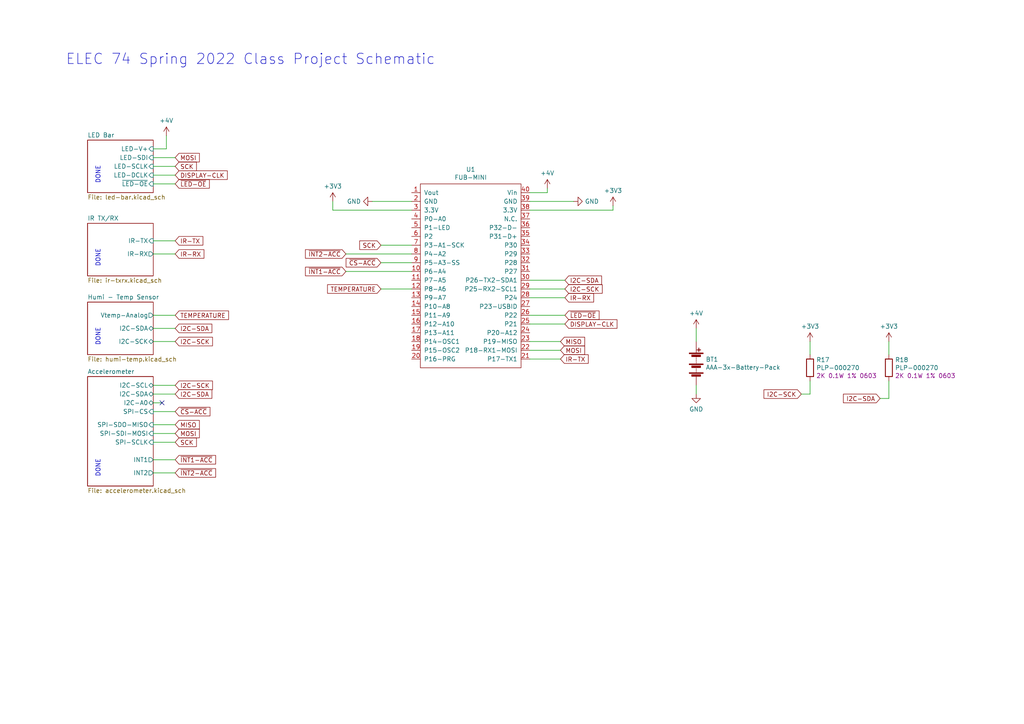
<source format=kicad_sch>
(kicad_sch (version 20211123) (generator eeschema)

  (uuid d49af88c-7dcd-4583-bef9-762d5bda20b9)

  (paper "A4")

  (lib_symbols
    (symbol "1_pontech:PLP-000270" (pin_numbers hide) (pin_names (offset 0)) (in_bom yes) (on_board yes)
      (property "Reference" "R" (id 0) (at 2.032 0 90)
        (effects (font (size 1.27 1.27)))
      )
      (property "Value" "PLP-000270" (id 1) (at -2.54 0 90)
        (effects (font (size 1.27 1.27)))
      )
      (property "Footprint" "a_pontech:R_0603_1608Metric" (id 2) (at -1.778 0 90)
        (effects (font (size 1.27 1.27)) hide)
      )
      (property "Datasheet" "~" (id 3) (at 0 0 0)
        (effects (font (size 1.27 1.27)) hide)
      )
      (property "Info" "2K 0.1W 1% 0603" (id 4) (at -5.08 0 90)
        (effects (font (size 1.27 1.27)))
      )
      (property "ki_keywords" "R res resistor" (id 5) (at 0 0 0)
        (effects (font (size 1.27 1.27)) hide)
      )
      (property "ki_description" "2K 0.1W 1% 0603 Resistor" (id 6) (at 0 0 0)
        (effects (font (size 1.27 1.27)) hide)
      )
      (property "ki_fp_filters" "R_*" (id 7) (at 0 0 0)
        (effects (font (size 1.27 1.27)) hide)
      )
      (symbol "PLP-000270_0_1"
        (rectangle (start -1.016 -2.54) (end 1.016 2.54)
          (stroke (width 0.254) (type default) (color 0 0 0 0))
          (fill (type none))
        )
      )
      (symbol "PLP-000270_1_1"
        (pin passive line (at 0 3.81 270) (length 1.27)
          (name "~" (effects (font (size 1.27 1.27))))
          (number "1" (effects (font (size 1.27 1.27))))
        )
        (pin passive line (at 0 -3.81 90) (length 1.27)
          (name "~" (effects (font (size 1.27 1.27))))
          (number "2" (effects (font (size 1.27 1.27))))
        )
      )
    )
    (symbol "74_Jacob:+3.3V" (power) (pin_numbers hide) (pin_names (offset 0) hide) (in_bom yes) (on_board yes)
      (property "Reference" "#PWR" (id 0) (at 0 -3.81 0)
        (effects (font (size 1.27 1.27)) hide)
      )
      (property "Value" "+3.3V" (id 1) (at 0 3.556 0)
        (effects (font (size 1.27 1.27)))
      )
      (property "Footprint" "" (id 2) (at 0 0 0)
        (effects (font (size 1.27 1.27)) hide)
      )
      (property "Datasheet" "" (id 3) (at 0 0 0)
        (effects (font (size 1.27 1.27)) hide)
      )
      (property "ki_keywords" "power-flag" (id 4) (at 0 0 0)
        (effects (font (size 1.27 1.27)) hide)
      )
      (property "ki_description" "Power symbol creates a global label with name \"+3.3V\"" (id 5) (at 0 0 0)
        (effects (font (size 1.27 1.27)) hide)
      )
      (symbol "+3.3V_0_1"
        (polyline
          (pts
            (xy -0.762 1.27)
            (xy 0 2.54)
          )
          (stroke (width 0) (type default) (color 0 0 0 0))
          (fill (type none))
        )
        (polyline
          (pts
            (xy 0 0)
            (xy 0 2.54)
          )
          (stroke (width 0) (type default) (color 0 0 0 0))
          (fill (type none))
        )
        (polyline
          (pts
            (xy 0 2.54)
            (xy 0.762 1.27)
          )
          (stroke (width 0) (type default) (color 0 0 0 0))
          (fill (type none))
        )
      )
      (symbol "+3.3V_1_1"
        (pin power_in line (at 0 0 90) (length 0) hide
          (name "+3V3" (effects (font (size 1.27 1.27))))
          (number "1" (effects (font (size 1.27 1.27))))
        )
      )
    )
    (symbol "74_Jacob:+4.5V" (power) (pin_numbers hide) (pin_names (offset 0) hide) (in_bom yes) (on_board yes)
      (property "Reference" "#PWR" (id 0) (at 0 -3.81 0)
        (effects (font (size 1.27 1.27)) hide)
      )
      (property "Value" "+4.5V" (id 1) (at 0 3.556 0)
        (effects (font (size 1.27 1.27)))
      )
      (property "Footprint" "" (id 2) (at 0 0 0)
        (effects (font (size 1.27 1.27)) hide)
      )
      (property "Datasheet" "" (id 3) (at 0 0 0)
        (effects (font (size 1.27 1.27)) hide)
      )
      (property "ki_keywords" "power-flag" (id 4) (at 0 0 0)
        (effects (font (size 1.27 1.27)) hide)
      )
      (property "ki_description" "Power symbol creates a global label with name \"+4.5V\"" (id 5) (at 0 0 0)
        (effects (font (size 1.27 1.27)) hide)
      )
      (symbol "+4.5V_0_1"
        (polyline
          (pts
            (xy -0.762 1.27)
            (xy 0 2.54)
          )
          (stroke (width 0) (type default) (color 0 0 0 0))
          (fill (type none))
        )
        (polyline
          (pts
            (xy 0 0)
            (xy 0 2.54)
          )
          (stroke (width 0) (type default) (color 0 0 0 0))
          (fill (type none))
        )
        (polyline
          (pts
            (xy 0 2.54)
            (xy 0.762 1.27)
          )
          (stroke (width 0) (type default) (color 0 0 0 0))
          (fill (type none))
        )
      )
      (symbol "+4.5V_1_1"
        (pin power_in line (at 0 0 90) (length 0) hide
          (name "+4V" (effects (font (size 1.27 1.27))))
          (number "1" (effects (font (size 1.27 1.27))))
        )
      )
    )
    (symbol "74_Jacob:AAA-3x-Battery-Pack" (pin_numbers hide) (pin_names (offset 0) hide) (in_bom yes) (on_board yes)
      (property "Reference" "BT" (id 0) (at 2.54 3.81 0)
        (effects (font (size 1.27 1.27)) (justify left))
      )
      (property "Value" "AAA-3x-Battery-Pack" (id 1) (at 2.54 1.27 0)
        (effects (font (size 1.27 1.27)) (justify left))
      )
      (property "Footprint" "74_jacob:BatteryHolder_Keystone_2479_3xAAA" (id 2) (at 0 2.794 90)
        (effects (font (size 1.27 1.27)) hide)
      )
      (property "Datasheet" "~" (id 3) (at 0 2.794 90)
        (effects (font (size 1.27 1.27)) hide)
      )
      (property "ki_keywords" "batt voltage-source cell" (id 4) (at 0 0 0)
        (effects (font (size 1.27 1.27)) hide)
      )
      (property "ki_description" "Multiple-cell battery" (id 5) (at 0 0 0)
        (effects (font (size 1.27 1.27)) hide)
      )
      (symbol "AAA-3x-Battery-Pack_0_1"
        (rectangle (start -2.032 -2.667) (end 2.032 -2.921)
          (stroke (width 0) (type default) (color 0 0 0 0))
          (fill (type outline))
        )
        (rectangle (start -2.032 3.048) (end 2.032 2.794)
          (stroke (width 0) (type default) (color 0 0 0 0))
          (fill (type outline))
        )
        (rectangle (start -1.3208 -3.2512) (end 1.27 -3.7592)
          (stroke (width 0) (type default) (color 0 0 0 0))
          (fill (type outline))
        )
        (rectangle (start -1.3208 2.4638) (end 1.27 1.9558)
          (stroke (width 0) (type default) (color 0 0 0 0))
          (fill (type outline))
        )
        (polyline
          (pts
            (xy 0 -2.794)
            (xy 0 -2.54)
          )
          (stroke (width 0) (type default) (color 0 0 0 0))
          (fill (type none))
        )
        (polyline
          (pts
            (xy 0 -2.286)
            (xy 0 -2.032)
          )
          (stroke (width 0) (type default) (color 0 0 0 0))
          (fill (type none))
        )
        (polyline
          (pts
            (xy 0 -1.778)
            (xy 0 -1.524)
          )
          (stroke (width 0) (type default) (color 0 0 0 0))
          (fill (type none))
        )
        (polyline
          (pts
            (xy 0 1.27)
            (xy 0 1.524)
          )
          (stroke (width 0) (type default) (color 0 0 0 0))
          (fill (type none))
        )
        (polyline
          (pts
            (xy 0 1.778)
            (xy 0 2.032)
          )
          (stroke (width 0) (type default) (color 0 0 0 0))
          (fill (type none))
        )
        (polyline
          (pts
            (xy 0 3.048)
            (xy 0 3.81)
          )
          (stroke (width 0) (type default) (color 0 0 0 0))
          (fill (type none))
        )
        (polyline
          (pts
            (xy 0.254 3.937)
            (xy 1.27 3.937)
          )
          (stroke (width 0.254) (type default) (color 0 0 0 0))
          (fill (type none))
        )
        (polyline
          (pts
            (xy 0.762 4.445)
            (xy 0.762 3.429)
          )
          (stroke (width 0.254) (type default) (color 0 0 0 0))
          (fill (type none))
        )
      )
      (symbol "AAA-3x-Battery-Pack_1_1"
        (rectangle (start -2.032 -0.127) (end 2.032 -0.381)
          (stroke (width 0) (type default) (color 0 0 0 0))
          (fill (type outline))
        )
        (rectangle (start -1.3208 -0.7112) (end 1.27 -1.2192)
          (stroke (width 0) (type default) (color 0 0 0 0))
          (fill (type outline))
        )
        (polyline
          (pts
            (xy 0 -0.254)
            (xy 0 0)
          )
          (stroke (width 0) (type default) (color 0 0 0 0))
          (fill (type none))
        )
        (polyline
          (pts
            (xy 0 0.254)
            (xy 0 0.508)
          )
          (stroke (width 0) (type default) (color 0 0 0 0))
          (fill (type none))
        )
        (polyline
          (pts
            (xy 0 0.762)
            (xy 0 1.016)
          )
          (stroke (width 0) (type default) (color 0 0 0 0))
          (fill (type none))
        )
        (pin passive line (at 0 6.35 270) (length 2.54)
          (name "+" (effects (font (size 1.27 1.27))))
          (number "1" (effects (font (size 1.27 1.27))))
        )
        (pin passive line (at 0 -6.35 90) (length 2.54)
          (name "-" (effects (font (size 1.27 1.27))))
          (number "2" (effects (font (size 1.27 1.27))))
        )
      )
    )
    (symbol "74_Jacob:GND" (power) (pin_numbers hide) (pin_names (offset 0) hide) (in_bom yes) (on_board yes)
      (property "Reference" "#PWR" (id 0) (at 0 -6.35 0)
        (effects (font (size 1.27 1.27)) hide)
      )
      (property "Value" "GND" (id 1) (at 0 -3.81 0)
        (effects (font (size 1.27 1.27)))
      )
      (property "Footprint" "" (id 2) (at 0 0 0)
        (effects (font (size 1.27 1.27)) hide)
      )
      (property "Datasheet" "" (id 3) (at 0 0 0)
        (effects (font (size 1.27 1.27)) hide)
      )
      (property "ki_keywords" "power-flag" (id 4) (at 0 0 0)
        (effects (font (size 1.27 1.27)) hide)
      )
      (property "ki_description" "Power symbol creates a global label with name \"GND\" , ground" (id 5) (at 0 0 0)
        (effects (font (size 1.27 1.27)) hide)
      )
      (symbol "GND_0_1"
        (polyline
          (pts
            (xy 0 0)
            (xy 0 -1.27)
            (xy 1.27 -1.27)
            (xy 0 -2.54)
            (xy -1.27 -1.27)
            (xy 0 -1.27)
          )
          (stroke (width 0) (type default) (color 0 0 0 0))
          (fill (type none))
        )
      )
      (symbol "GND_1_1"
        (pin power_in line (at 0 0 270) (length 0) hide
          (name "GND" (effects (font (size 1.27 1.27))))
          (number "1" (effects (font (size 1.27 1.27))))
        )
      )
    )
    (symbol "74_Patrick:FUB-MINI" (pin_names (offset 1.016)) (in_bom yes) (on_board yes)
      (property "Reference" "U" (id 0) (at -5.08 0 0)
        (effects (font (size 1.27 1.27)))
      )
      (property "Value" "FUB-MINI" (id 1) (at 0 -2.54 0)
        (effects (font (size 1.27 1.27)))
      )
      (property "Footprint" "74_Patrick B:FubSocket_DIP-40_600_ELL" (id 2) (at -5.08 0 0)
        (effects (font (size 1.27 1.27)) hide)
      )
      (property "Datasheet" "" (id 3) (at -5.08 0 0)
        (effects (font (size 1.27 1.27)) hide)
      )
      (symbol "FUB-MINI_0_0"
        (pin unspecified line (at -17.78 -2.54 0) (length 2.54)
          (name "P6-A4" (effects (font (size 1.27 1.27))))
          (number "10" (effects (font (size 1.27 1.27))))
        )
        (pin unspecified line (at -17.78 -5.08 0) (length 2.54)
          (name "P7-A5" (effects (font (size 1.27 1.27))))
          (number "11" (effects (font (size 1.27 1.27))))
        )
        (pin unspecified line (at -17.78 -7.62 0) (length 2.54)
          (name "P8-A6" (effects (font (size 1.27 1.27))))
          (number "12" (effects (font (size 1.27 1.27))))
        )
        (pin unspecified line (at -17.78 -10.16 0) (length 2.54)
          (name "P9-A7" (effects (font (size 1.27 1.27))))
          (number "13" (effects (font (size 1.27 1.27))))
        )
        (pin unspecified line (at -17.78 -12.7 0) (length 2.54)
          (name "P10-A8" (effects (font (size 1.27 1.27))))
          (number "14" (effects (font (size 1.27 1.27))))
        )
        (pin unspecified line (at -17.78 -15.24 0) (length 2.54)
          (name "P11-A9" (effects (font (size 1.27 1.27))))
          (number "15" (effects (font (size 1.27 1.27))))
        )
        (pin unspecified line (at -17.78 -17.78 0) (length 2.54)
          (name "P12-A10" (effects (font (size 1.27 1.27))))
          (number "16" (effects (font (size 1.27 1.27))))
        )
        (pin unspecified line (at -17.78 -20.32 0) (length 2.54)
          (name "P13-A11" (effects (font (size 1.27 1.27))))
          (number "17" (effects (font (size 1.27 1.27))))
        )
        (pin unspecified line (at -17.78 -22.86 0) (length 2.54)
          (name "P14-OSC1" (effects (font (size 1.27 1.27))))
          (number "18" (effects (font (size 1.27 1.27))))
        )
        (pin unspecified line (at -17.78 -25.4 0) (length 2.54)
          (name "P15-OSC2" (effects (font (size 1.27 1.27))))
          (number "19" (effects (font (size 1.27 1.27))))
        )
        (pin power_out line (at -17.78 17.78 0) (length 2.54)
          (name "GND" (effects (font (size 1.27 1.27))))
          (number "2" (effects (font (size 1.27 1.27))))
        )
        (pin unspecified line (at -17.78 -27.94 0) (length 2.54)
          (name "P16-PRG" (effects (font (size 1.27 1.27))))
          (number "20" (effects (font (size 1.27 1.27))))
        )
        (pin unspecified line (at 16.51 -27.94 180) (length 2.54)
          (name "P17-TX1" (effects (font (size 1.27 1.27))))
          (number "21" (effects (font (size 1.27 1.27))))
        )
        (pin unspecified line (at 16.51 -25.4 180) (length 2.54)
          (name "P18-RX1-MOSI" (effects (font (size 1.27 1.27))))
          (number "22" (effects (font (size 1.27 1.27))))
        )
        (pin unspecified line (at 16.51 -22.86 180) (length 2.54)
          (name "P19-MISO" (effects (font (size 1.27 1.27))))
          (number "23" (effects (font (size 1.27 1.27))))
        )
        (pin unspecified line (at 16.51 -20.32 180) (length 2.54)
          (name "P20-A12" (effects (font (size 1.27 1.27))))
          (number "24" (effects (font (size 1.27 1.27))))
        )
        (pin unspecified line (at 16.51 -17.78 180) (length 2.54)
          (name "P21" (effects (font (size 1.27 1.27))))
          (number "25" (effects (font (size 1.27 1.27))))
        )
        (pin unspecified line (at 16.51 -15.24 180) (length 2.54)
          (name "P22" (effects (font (size 1.27 1.27))))
          (number "26" (effects (font (size 1.27 1.27))))
        )
        (pin unspecified line (at 16.51 -12.7 180) (length 2.54)
          (name "P23-USBID" (effects (font (size 1.27 1.27))))
          (number "27" (effects (font (size 1.27 1.27))))
        )
        (pin unspecified line (at 16.51 -10.16 180) (length 2.54)
          (name "P24" (effects (font (size 1.27 1.27))))
          (number "28" (effects (font (size 1.27 1.27))))
        )
        (pin unspecified line (at 16.51 -7.62 180) (length 2.54)
          (name "P25-RX2-SCL1" (effects (font (size 1.27 1.27))))
          (number "29" (effects (font (size 1.27 1.27))))
        )
        (pin power_out line (at -17.78 15.24 0) (length 2.54)
          (name "3.3V" (effects (font (size 1.27 1.27))))
          (number "3" (effects (font (size 1.27 1.27))))
        )
        (pin unspecified line (at 16.51 -5.08 180) (length 2.54)
          (name "P26-TX2-SDA1" (effects (font (size 1.27 1.27))))
          (number "30" (effects (font (size 1.27 1.27))))
        )
        (pin unspecified line (at 16.51 -2.54 180) (length 2.54)
          (name "P27" (effects (font (size 1.27 1.27))))
          (number "31" (effects (font (size 1.27 1.27))))
        )
        (pin unspecified line (at 16.51 0 180) (length 2.54)
          (name "P28" (effects (font (size 1.27 1.27))))
          (number "32" (effects (font (size 1.27 1.27))))
        )
        (pin unspecified line (at 16.51 2.54 180) (length 2.54)
          (name "P29" (effects (font (size 1.27 1.27))))
          (number "33" (effects (font (size 1.27 1.27))))
        )
        (pin unspecified line (at 16.51 5.08 180) (length 2.54)
          (name "P30" (effects (font (size 1.27 1.27))))
          (number "34" (effects (font (size 1.27 1.27))))
        )
        (pin unspecified line (at 16.51 7.62 180) (length 2.54)
          (name "P31-D+" (effects (font (size 1.27 1.27))))
          (number "35" (effects (font (size 1.27 1.27))))
        )
        (pin unspecified line (at 16.51 10.16 180) (length 2.54)
          (name "P32-D-" (effects (font (size 1.27 1.27))))
          (number "36" (effects (font (size 1.27 1.27))))
        )
        (pin unspecified line (at 16.51 12.7 180) (length 2.54)
          (name "N.C." (effects (font (size 1.27 1.27))))
          (number "37" (effects (font (size 1.27 1.27))))
        )
        (pin power_out line (at 16.51 15.24 180) (length 2.54)
          (name "3.3V" (effects (font (size 1.27 1.27))))
          (number "38" (effects (font (size 1.27 1.27))))
        )
        (pin power_in line (at 16.51 17.78 180) (length 2.54)
          (name "GND" (effects (font (size 1.27 1.27))))
          (number "39" (effects (font (size 1.27 1.27))))
        )
        (pin unspecified line (at -17.78 12.7 0) (length 2.54)
          (name "P0-A0" (effects (font (size 1.27 1.27))))
          (number "4" (effects (font (size 1.27 1.27))))
        )
        (pin power_in line (at 16.51 20.32 180) (length 2.54)
          (name "Vin" (effects (font (size 1.27 1.27))))
          (number "40" (effects (font (size 1.27 1.27))))
        )
        (pin unspecified line (at -17.78 10.16 0) (length 2.54)
          (name "P1-LED" (effects (font (size 1.27 1.27))))
          (number "5" (effects (font (size 1.27 1.27))))
        )
        (pin unspecified line (at -17.78 7.62 0) (length 2.54)
          (name "P2" (effects (font (size 1.27 1.27))))
          (number "6" (effects (font (size 1.27 1.27))))
        )
        (pin unspecified line (at -17.78 5.08 0) (length 2.54)
          (name "P3-A1-SCK" (effects (font (size 1.27 1.27))))
          (number "7" (effects (font (size 1.27 1.27))))
        )
        (pin unspecified line (at -17.78 2.54 0) (length 2.54)
          (name "P4-A2" (effects (font (size 1.27 1.27))))
          (number "8" (effects (font (size 1.27 1.27))))
        )
        (pin unspecified line (at -17.78 0 0) (length 2.54)
          (name "P5-A3-SS" (effects (font (size 1.27 1.27))))
          (number "9" (effects (font (size 1.27 1.27))))
        )
      )
      (symbol "FUB-MINI_0_1"
        (rectangle (start -15.24 22.86) (end 13.97 -30.48)
          (stroke (width 0) (type default) (color 0 0 0 0))
          (fill (type none))
        )
      )
      (symbol "FUB-MINI_1_1"
        (pin power_out line (at -17.78 20.32 0) (length 2.54)
          (name "Vout" (effects (font (size 1.27 1.27))))
          (number "1" (effects (font (size 1.27 1.27))))
        )
      )
    )
  )


  (no_connect (at 46.99 116.84) (uuid 3738a840-02bf-43c2-8b20-51eb94a33206))

  (wire (pts (xy 153.67 81.28) (xy 163.83 81.28))
    (stroke (width 0) (type default) (color 0 0 0 0))
    (uuid 019162e8-f371-4f53-b6f2-4dc907da0a4a)
  )
  (wire (pts (xy 44.45 123.19) (xy 50.8 123.19))
    (stroke (width 0) (type default) (color 0 0 0 0))
    (uuid 05195a18-628c-41ba-901b-0d93ea284c95)
  )
  (wire (pts (xy 50.8 133.35) (xy 44.45 133.35))
    (stroke (width 0) (type default) (color 0 0 0 0))
    (uuid 089d6c6a-2b9a-4531-8704-1f7973bd4f11)
  )
  (wire (pts (xy 162.56 99.06) (xy 153.67 99.06))
    (stroke (width 0) (type default) (color 0 0 0 0))
    (uuid 0ab855a0-90b9-4a76-9f56-715f5b41d100)
  )
  (wire (pts (xy 44.45 99.06) (xy 50.8 99.06))
    (stroke (width 0) (type default) (color 0 0 0 0))
    (uuid 22e10a72-67f2-484b-bd87-bb3384154e27)
  )
  (wire (pts (xy 46.99 116.84) (xy 44.45 116.84))
    (stroke (width 0) (type default) (color 0 0 0 0))
    (uuid 27589152-357e-4673-a8b4-f6bcec8566cd)
  )
  (wire (pts (xy 50.8 128.27) (xy 44.45 128.27))
    (stroke (width 0) (type default) (color 0 0 0 0))
    (uuid 29703793-59f6-4e45-a9c1-85b53c877ee9)
  )
  (wire (pts (xy 50.8 91.44) (xy 44.45 91.44))
    (stroke (width 0) (type default) (color 0 0 0 0))
    (uuid 321ebbac-3db8-4abf-ba73-0677d506eb7b)
  )
  (wire (pts (xy 50.8 48.26) (xy 44.45 48.26))
    (stroke (width 0) (type default) (color 0 0 0 0))
    (uuid 38901ea9-1f01-47f9-8103-b0cb3973c325)
  )
  (wire (pts (xy 257.81 115.57) (xy 257.81 110.49))
    (stroke (width 0) (type default) (color 0 0 0 0))
    (uuid 3a3ee17b-46c6-40e3-b1e9-fa81766dd685)
  )
  (wire (pts (xy 110.49 83.82) (xy 119.38 83.82))
    (stroke (width 0) (type default) (color 0 0 0 0))
    (uuid 44705137-2be9-4c99-87da-7533d90914b5)
  )
  (wire (pts (xy 44.45 119.38) (xy 50.8 119.38))
    (stroke (width 0) (type default) (color 0 0 0 0))
    (uuid 5114f0cd-a091-413b-871d-cc1e0afd1fea)
  )
  (wire (pts (xy 163.83 86.36) (xy 153.67 86.36))
    (stroke (width 0) (type default) (color 0 0 0 0))
    (uuid 5a1e8c30-f3e7-4a8c-a84f-7df3beb8e16a)
  )
  (wire (pts (xy 162.56 101.6) (xy 153.67 101.6))
    (stroke (width 0) (type default) (color 0 0 0 0))
    (uuid 5b9db6f1-1220-4860-89d0-116c9bc497c6)
  )
  (wire (pts (xy 166.37 58.42) (xy 153.67 58.42))
    (stroke (width 0) (type default) (color 0 0 0 0))
    (uuid 5dc47ddc-cf67-45ad-8738-158d04a6aa4c)
  )
  (wire (pts (xy 48.26 39.37) (xy 48.26 43.18))
    (stroke (width 0) (type default) (color 0 0 0 0))
    (uuid 5e4a8593-44ec-4f72-8d5c-3adcab56e2ce)
  )
  (wire (pts (xy 119.38 78.74) (xy 100.33 78.74))
    (stroke (width 0) (type default) (color 0 0 0 0))
    (uuid 65789abf-896f-42d8-bc22-60e5eafc4534)
  )
  (wire (pts (xy 163.83 93.98) (xy 153.67 93.98))
    (stroke (width 0) (type default) (color 0 0 0 0))
    (uuid 665205f8-0d6d-4260-88bc-2e3be89decda)
  )
  (wire (pts (xy 257.81 99.06) (xy 257.81 102.87))
    (stroke (width 0) (type default) (color 0 0 0 0))
    (uuid 667d766e-b2f4-4af5-b942-4aeb078290c9)
  )
  (wire (pts (xy 44.45 137.16) (xy 50.8 137.16))
    (stroke (width 0) (type default) (color 0 0 0 0))
    (uuid 6eca35ea-02fc-426c-a886-3a8c6a0f5d11)
  )
  (wire (pts (xy 50.8 73.66) (xy 44.45 73.66))
    (stroke (width 0) (type default) (color 0 0 0 0))
    (uuid 74a5f3ef-47b4-408e-b1dd-3444d299b04e)
  )
  (wire (pts (xy 163.83 83.82) (xy 153.67 83.82))
    (stroke (width 0) (type default) (color 0 0 0 0))
    (uuid 794a29e1-7131-41de-9f57-bdde16f8b3ae)
  )
  (wire (pts (xy 119.38 73.66) (xy 100.33 73.66))
    (stroke (width 0) (type default) (color 0 0 0 0))
    (uuid 7b4bb1ac-0bdb-41ed-8412-e1f5c2b1954e)
  )
  (wire (pts (xy 234.95 114.3) (xy 234.95 110.49))
    (stroke (width 0) (type default) (color 0 0 0 0))
    (uuid 82a40baa-8d8d-44ad-9147-05e29fb26378)
  )
  (wire (pts (xy 119.38 60.96) (xy 96.52 60.96))
    (stroke (width 0) (type default) (color 0 0 0 0))
    (uuid 836d35d1-fd28-4302-9fc7-5bd0a8ddbf4f)
  )
  (wire (pts (xy 50.8 53.34) (xy 44.45 53.34))
    (stroke (width 0) (type default) (color 0 0 0 0))
    (uuid 91ab5d93-31cf-4588-bb79-af3e0b2e2219)
  )
  (wire (pts (xy 110.49 76.2) (xy 119.38 76.2))
    (stroke (width 0) (type default) (color 0 0 0 0))
    (uuid 951ea030-86f6-4e33-95a5-ed60e3815f9c)
  )
  (wire (pts (xy 107.95 58.42) (xy 119.38 58.42))
    (stroke (width 0) (type default) (color 0 0 0 0))
    (uuid 99260414-2ca8-452e-97c6-bf3f93cf6d5c)
  )
  (wire (pts (xy 50.8 95.25) (xy 44.45 95.25))
    (stroke (width 0) (type default) (color 0 0 0 0))
    (uuid 9dfccbc0-5132-46bf-8cf8-871fef9bd5d3)
  )
  (wire (pts (xy 50.8 125.73) (xy 44.45 125.73))
    (stroke (width 0) (type default) (color 0 0 0 0))
    (uuid a1faef75-9597-44b9-b6fd-f0237e924920)
  )
  (wire (pts (xy 234.95 99.06) (xy 234.95 102.87))
    (stroke (width 0) (type default) (color 0 0 0 0))
    (uuid a7ee1d65-12af-478a-82ae-6e12580277ec)
  )
  (wire (pts (xy 201.93 111.76) (xy 201.93 114.3))
    (stroke (width 0) (type default) (color 0 0 0 0))
    (uuid a8bd4b00-86d5-49c5-a524-239eb173754e)
  )
  (wire (pts (xy 158.75 54.61) (xy 158.75 55.88))
    (stroke (width 0) (type default) (color 0 0 0 0))
    (uuid abce1ac5-908a-4997-bf9d-09955083703d)
  )
  (wire (pts (xy 232.41 114.3) (xy 234.95 114.3))
    (stroke (width 0) (type default) (color 0 0 0 0))
    (uuid ac8efe5e-516c-44fe-ba91-ec9dc59fb758)
  )
  (wire (pts (xy 201.93 95.25) (xy 201.93 99.06))
    (stroke (width 0) (type default) (color 0 0 0 0))
    (uuid acfd1f66-e3de-479a-b77b-647399720516)
  )
  (wire (pts (xy 177.8 59.69) (xy 177.8 60.96))
    (stroke (width 0) (type default) (color 0 0 0 0))
    (uuid adecc50a-66cb-4662-9022-a4fafe1787e1)
  )
  (wire (pts (xy 44.45 50.8) (xy 50.8 50.8))
    (stroke (width 0) (type default) (color 0 0 0 0))
    (uuid ae54d091-9b29-4e2a-ab16-a59f3c1caeb4)
  )
  (wire (pts (xy 44.45 69.85) (xy 50.8 69.85))
    (stroke (width 0) (type default) (color 0 0 0 0))
    (uuid b005d973-d46c-43fe-9e28-c8e91a0b5a1d)
  )
  (wire (pts (xy 50.8 111.76) (xy 44.45 111.76))
    (stroke (width 0) (type default) (color 0 0 0 0))
    (uuid b4eec064-1193-4f8b-ad68-f10c778443d4)
  )
  (wire (pts (xy 162.56 104.14) (xy 153.67 104.14))
    (stroke (width 0) (type default) (color 0 0 0 0))
    (uuid c14f846d-b6ff-45db-a52d-32049149944a)
  )
  (wire (pts (xy 44.45 114.3) (xy 50.8 114.3))
    (stroke (width 0) (type default) (color 0 0 0 0))
    (uuid c5540609-33f4-447c-8b39-fd7c0bde00bc)
  )
  (wire (pts (xy 110.49 71.12) (xy 119.38 71.12))
    (stroke (width 0) (type default) (color 0 0 0 0))
    (uuid cc2bf9c1-8c5d-4ac2-9edb-78007aa36460)
  )
  (wire (pts (xy 50.8 45.72) (xy 44.45 45.72))
    (stroke (width 0) (type default) (color 0 0 0 0))
    (uuid d1c63365-cb06-4c73-a86a-18d2a81fcfaf)
  )
  (wire (pts (xy 158.75 55.88) (xy 153.67 55.88))
    (stroke (width 0) (type default) (color 0 0 0 0))
    (uuid d339f0b1-b461-4759-b98d-0a4b739b60c3)
  )
  (wire (pts (xy 48.26 43.18) (xy 44.45 43.18))
    (stroke (width 0) (type default) (color 0 0 0 0))
    (uuid d769bd83-ec99-457d-85b0-23ad3dc080cd)
  )
  (wire (pts (xy 177.8 60.96) (xy 153.67 60.96))
    (stroke (width 0) (type default) (color 0 0 0 0))
    (uuid dd5be5cd-b2e4-480b-889f-69ed08a47306)
  )
  (wire (pts (xy 255.27 115.57) (xy 257.81 115.57))
    (stroke (width 0) (type default) (color 0 0 0 0))
    (uuid e799d752-2d28-4b6d-8f34-c840947056e4)
  )
  (wire (pts (xy 96.52 60.96) (xy 96.52 58.42))
    (stroke (width 0) (type default) (color 0 0 0 0))
    (uuid fbf58685-8f3b-4a91-90fa-b6d99d4b218c)
  )
  (wire (pts (xy 163.83 91.44) (xy 153.67 91.44))
    (stroke (width 0) (type default) (color 0 0 0 0))
    (uuid fc8c2928-1947-499a-82a6-388c44cfdc91)
  )

  (text "DONE" (at 29.21 53.34 90)
    (effects (font (size 1.27 1.27)) (justify left bottom))
    (uuid 8b8958eb-b49a-4e90-bf11-ec39041b270a)
  )
  (text "DONE" (at 29.21 100.33 90)
    (effects (font (size 1.27 1.27)) (justify left bottom))
    (uuid a39a5e3c-2a15-4357-8ecb-3f616726dd42)
  )
  (text "DONE" (at 29.21 138.43 90)
    (effects (font (size 1.27 1.27)) (justify left bottom))
    (uuid cf7d145b-6346-48e2-b299-2a3ba277da8a)
  )
  (text "ELEC 74 Spring 2022 Class Project Schematic" (at 19.05 19.05 0)
    (effects (font (size 2.9972 2.9972)) (justify left bottom))
    (uuid d98250a5-354f-4cc9-883b-52e04f37d229)
  )
  (text "DONE" (at 29.21 77.47 90)
    (effects (font (size 1.27 1.27)) (justify left bottom))
    (uuid e4d3fc7d-15a0-4c7a-abd5-97ad26afe8be)
  )

  (global_label "I2C-SDA" (shape input) (at 50.8 95.25 0) (fields_autoplaced)
    (effects (font (size 1.27 1.27)) (justify left))
    (uuid 0d85ee40-eda9-44c0-839b-a5a04e9a998d)
    (property "Intersheet References" "${INTERSHEET_REFS}" (id 0) (at 0 0 0)
      (effects (font (size 1.27 1.27)) hide)
    )
  )
  (global_label "MOSI" (shape input) (at 162.56 101.6 0) (fields_autoplaced)
    (effects (font (size 1.27 1.27)) (justify left))
    (uuid 1382b671-2a47-4497-9ee1-fe653f62596f)
    (property "Intersheet References" "${INTERSHEET_REFS}" (id 0) (at 0 0 0)
      (effects (font (size 1.27 1.27)) hide)
    )
  )
  (global_label "I2C-SCK" (shape input) (at 50.8 111.76 0) (fields_autoplaced)
    (effects (font (size 1.27 1.27)) (justify left))
    (uuid 192a32bf-e1ec-4806-93d4-fb2bf40ee941)
    (property "Intersheet References" "${INTERSHEET_REFS}" (id 0) (at 0 0 0)
      (effects (font (size 1.27 1.27)) hide)
    )
  )
  (global_label "DISPLAY-CLK" (shape input) (at 50.8 50.8 0) (fields_autoplaced)
    (effects (font (size 1.27 1.27)) (justify left))
    (uuid 2bd5ff87-316f-4a09-9df2-15c08c8ee4da)
    (property "Intersheet References" "${INTERSHEET_REFS}" (id 0) (at 0 0 0)
      (effects (font (size 1.27 1.27)) hide)
    )
  )
  (global_label "TEMPERATURE" (shape input) (at 110.49 83.82 180) (fields_autoplaced)
    (effects (font (size 1.27 1.27)) (justify right))
    (uuid 3b685786-6e9b-486d-953d-c2bb29388dea)
    (property "Intersheet References" "${INTERSHEET_REFS}" (id 0) (at 0 0 0)
      (effects (font (size 1.27 1.27)) hide)
    )
  )
  (global_label "DISPLAY-CLK" (shape input) (at 163.83 93.98 0) (fields_autoplaced)
    (effects (font (size 1.27 1.27)) (justify left))
    (uuid 3d7abbf5-76e6-4f33-bf18-a2518efec621)
    (property "Intersheet References" "${INTERSHEET_REFS}" (id 0) (at 0 0 0)
      (effects (font (size 1.27 1.27)) hide)
    )
  )
  (global_label "IR-RX" (shape input) (at 163.83 86.36 0) (fields_autoplaced)
    (effects (font (size 1.27 1.27)) (justify left))
    (uuid 3f9ccb02-2608-485e-b132-9a8ad46bed11)
    (property "Intersheet References" "${INTERSHEET_REFS}" (id 0) (at 0 0 0)
      (effects (font (size 1.27 1.27)) hide)
    )
  )
  (global_label "~{INT1-ACC}" (shape input) (at 100.33 78.74 180) (fields_autoplaced)
    (effects (font (size 1.27 1.27)) (justify right))
    (uuid 3ff2511f-cc68-4859-8459-b6550dbf73c1)
    (property "Intersheet References" "${INTERSHEET_REFS}" (id 0) (at 0 0 0)
      (effects (font (size 1.27 1.27)) hide)
    )
  )
  (global_label "SCK" (shape input) (at 50.8 128.27 0) (fields_autoplaced)
    (effects (font (size 1.27 1.27)) (justify left))
    (uuid 49c7dc1a-2a2e-413b-8329-2f397f5abef6)
    (property "Intersheet References" "${INTERSHEET_REFS}" (id 0) (at 0 0 0)
      (effects (font (size 1.27 1.27)) hide)
    )
  )
  (global_label "TEMPERATURE" (shape input) (at 50.8 91.44 0) (fields_autoplaced)
    (effects (font (size 1.27 1.27)) (justify left))
    (uuid 50dcc8c4-f156-41e9-a3c7-687eb1a30566)
    (property "Intersheet References" "${INTERSHEET_REFS}" (id 0) (at 0 0 0)
      (effects (font (size 1.27 1.27)) hide)
    )
  )
  (global_label "IR-TX" (shape input) (at 162.56 104.14 0) (fields_autoplaced)
    (effects (font (size 1.27 1.27)) (justify left))
    (uuid 51457349-4354-4deb-a075-1968a8a34576)
    (property "Intersheet References" "${INTERSHEET_REFS}" (id 0) (at 0 0 0)
      (effects (font (size 1.27 1.27)) hide)
    )
  )
  (global_label "I2C-SDA" (shape input) (at 255.27 115.57 180) (fields_autoplaced)
    (effects (font (size 1.27 1.27)) (justify right))
    (uuid 6063ee01-fba9-4e10-96e9-49f985e6348d)
    (property "Intersheet References" "${INTERSHEET_REFS}" (id 0) (at 0 0 0)
      (effects (font (size 1.27 1.27)) hide)
    )
  )
  (global_label "SCK" (shape input) (at 50.8 48.26 0) (fields_autoplaced)
    (effects (font (size 1.27 1.27)) (justify left))
    (uuid 62365424-eafb-4165-9f2f-c5821f0088cd)
    (property "Intersheet References" "${INTERSHEET_REFS}" (id 0) (at 0 0 0)
      (effects (font (size 1.27 1.27)) hide)
    )
  )
  (global_label "~{CS-ACC}" (shape input) (at 50.8 119.38 0) (fields_autoplaced)
    (effects (font (size 1.27 1.27)) (justify left))
    (uuid 76967a7d-9b59-4cd3-99ea-0c85662464d6)
    (property "Intersheet References" "${INTERSHEET_REFS}" (id 0) (at 0 0 0)
      (effects (font (size 1.27 1.27)) hide)
    )
  )
  (global_label "I2C-SDA" (shape input) (at 50.8 114.3 0) (fields_autoplaced)
    (effects (font (size 1.27 1.27)) (justify left))
    (uuid 78c23e81-8092-4a59-b50f-40b4214e5e84)
    (property "Intersheet References" "${INTERSHEET_REFS}" (id 0) (at 0 0 0)
      (effects (font (size 1.27 1.27)) hide)
    )
  )
  (global_label "MISO" (shape input) (at 50.8 123.19 0) (fields_autoplaced)
    (effects (font (size 1.27 1.27)) (justify left))
    (uuid 8477bac7-1525-492d-b6fe-179352f7b797)
    (property "Intersheet References" "${INTERSHEET_REFS}" (id 0) (at 0 0 0)
      (effects (font (size 1.27 1.27)) hide)
    )
  )
  (global_label "I2C-SDA" (shape input) (at 163.83 81.28 0) (fields_autoplaced)
    (effects (font (size 1.27 1.27)) (justify left))
    (uuid 92e0f9c7-dfa0-47d9-9a67-6774f354824a)
    (property "Intersheet References" "${INTERSHEET_REFS}" (id 0) (at 0 0 0)
      (effects (font (size 1.27 1.27)) hide)
    )
  )
  (global_label "~{INT1-ACC}" (shape input) (at 50.8 133.35 0) (fields_autoplaced)
    (effects (font (size 1.27 1.27)) (justify left))
    (uuid 92f4c60d-5aa6-4b55-81b8-49598a9bd2e6)
    (property "Intersheet References" "${INTERSHEET_REFS}" (id 0) (at 0 0 0)
      (effects (font (size 1.27 1.27)) hide)
    )
  )
  (global_label "MOSI" (shape input) (at 50.8 125.73 0) (fields_autoplaced)
    (effects (font (size 1.27 1.27)) (justify left))
    (uuid 985ca198-8f71-49e4-848d-21f70174202f)
    (property "Intersheet References" "${INTERSHEET_REFS}" (id 0) (at 0 0 0)
      (effects (font (size 1.27 1.27)) hide)
    )
  )
  (global_label "~{LED-OE}" (shape input) (at 50.8 53.34 0) (fields_autoplaced)
    (effects (font (size 1.27 1.27)) (justify left))
    (uuid ae294e32-76e6-4ac3-b0f1-431dee98d520)
    (property "Intersheet References" "${INTERSHEET_REFS}" (id 0) (at 0 0 0)
      (effects (font (size 1.27 1.27)) hide)
    )
  )
  (global_label "~{CS-ACC}" (shape input) (at 110.49 76.2 180) (fields_autoplaced)
    (effects (font (size 1.27 1.27)) (justify right))
    (uuid b0b95eb6-c67f-4406-943c-fb25cd51743e)
    (property "Intersheet References" "${INTERSHEET_REFS}" (id 0) (at 0 0 0)
      (effects (font (size 1.27 1.27)) hide)
    )
  )
  (global_label "MISO" (shape input) (at 162.56 99.06 0) (fields_autoplaced)
    (effects (font (size 1.27 1.27)) (justify left))
    (uuid c8f79244-2fca-4745-b35d-6960c6c15b5c)
    (property "Intersheet References" "${INTERSHEET_REFS}" (id 0) (at 0 0 0)
      (effects (font (size 1.27 1.27)) hide)
    )
  )
  (global_label "IR-RX" (shape input) (at 50.8 73.66 0) (fields_autoplaced)
    (effects (font (size 1.27 1.27)) (justify left))
    (uuid d1361f12-f5f7-4668-bfa2-ed5097990367)
    (property "Intersheet References" "${INTERSHEET_REFS}" (id 0) (at 0 0 0)
      (effects (font (size 1.27 1.27)) hide)
    )
  )
  (global_label "I2C-SCK" (shape input) (at 232.41 114.3 180) (fields_autoplaced)
    (effects (font (size 1.27 1.27)) (justify right))
    (uuid d413946d-1262-45ba-84dc-ccd50ff128ea)
    (property "Intersheet References" "${INTERSHEET_REFS}" (id 0) (at 0 0 0)
      (effects (font (size 1.27 1.27)) hide)
    )
  )
  (global_label "~{INT2-ACC}" (shape input) (at 100.33 73.66 180) (fields_autoplaced)
    (effects (font (size 1.27 1.27)) (justify right))
    (uuid d4417451-1e92-4005-af61-efea9873a10c)
    (property "Intersheet References" "${INTERSHEET_REFS}" (id 0) (at 0 0 0)
      (effects (font (size 1.27 1.27)) hide)
    )
  )
  (global_label "I2C-SCK" (shape input) (at 50.8 99.06 0) (fields_autoplaced)
    (effects (font (size 1.27 1.27)) (justify left))
    (uuid d4fb77f6-4bad-4ca5-8816-6e732b927f89)
    (property "Intersheet References" "${INTERSHEET_REFS}" (id 0) (at 0 0 0)
      (effects (font (size 1.27 1.27)) hide)
    )
  )
  (global_label "MOSI" (shape input) (at 50.8 45.72 0) (fields_autoplaced)
    (effects (font (size 1.27 1.27)) (justify left))
    (uuid d500ae99-3155-4da0-9e13-d019cf7abe1d)
    (property "Intersheet References" "${INTERSHEET_REFS}" (id 0) (at 0 0 0)
      (effects (font (size 1.27 1.27)) hide)
    )
  )
  (global_label "~{INT2-ACC}" (shape input) (at 50.8 137.16 0) (fields_autoplaced)
    (effects (font (size 1.27 1.27)) (justify left))
    (uuid def86aeb-4012-4684-89a9-c80fb5ab9f66)
    (property "Intersheet References" "${INTERSHEET_REFS}" (id 0) (at 0 0 0)
      (effects (font (size 1.27 1.27)) hide)
    )
  )
  (global_label "IR-TX" (shape input) (at 50.8 69.85 0) (fields_autoplaced)
    (effects (font (size 1.27 1.27)) (justify left))
    (uuid e3bbd732-aa9b-4251-b256-4a76a9e51b0d)
    (property "Intersheet References" "${INTERSHEET_REFS}" (id 0) (at 0 0 0)
      (effects (font (size 1.27 1.27)) hide)
    )
  )
  (global_label "~{LED-OE}" (shape input) (at 163.83 91.44 0) (fields_autoplaced)
    (effects (font (size 1.27 1.27)) (justify left))
    (uuid e6ca3347-1839-46b3-a421-16dfccd7f533)
    (property "Intersheet References" "${INTERSHEET_REFS}" (id 0) (at 0 0 0)
      (effects (font (size 1.27 1.27)) hide)
    )
  )
  (global_label "SCK" (shape input) (at 110.49 71.12 180) (fields_autoplaced)
    (effects (font (size 1.27 1.27)) (justify right))
    (uuid f25fa517-5a5f-4333-8c04-2ccdfb9a1233)
    (property "Intersheet References" "${INTERSHEET_REFS}" (id 0) (at 0 0 0)
      (effects (font (size 1.27 1.27)) hide)
    )
  )
  (global_label "I2C-SCK" (shape input) (at 163.83 83.82 0) (fields_autoplaced)
    (effects (font (size 1.27 1.27)) (justify left))
    (uuid f9836211-a088-4398-9753-40a10c719374)
    (property "Intersheet References" "${INTERSHEET_REFS}" (id 0) (at 0 0 0)
      (effects (font (size 1.27 1.27)) hide)
    )
  )

  (symbol (lib_id "74_Patrick:FUB-MINI") (at 137.16 76.2 0) (unit 1)
    (in_bom yes) (on_board yes)
    (uuid 00000000-0000-0000-0000-0000625bd726)
    (property "Reference" "U1" (id 0) (at 136.525 49.149 0))
    (property "Value" "" (id 1) (at 136.525 51.4604 0))
    (property "Footprint" "" (id 2) (at 132.08 76.2 0)
      (effects (font (size 1.27 1.27)) hide)
    )
    (property "Datasheet" "" (id 3) (at 132.08 76.2 0)
      (effects (font (size 1.27 1.27)) hide)
    )
    (pin "10" (uuid f1b93adf-1720-4dd6-b786-9d40306b878c))
    (pin "11" (uuid ee35e80a-2aea-4bf8-ac52-a3605d970564))
    (pin "12" (uuid 48aad32d-0f38-4920-9e1a-ede685443f3a))
    (pin "13" (uuid d701c75d-f4e0-4bda-b52e-36d13eb4709b))
    (pin "14" (uuid fe5717cf-c568-49f0-8f21-4f7022443a13))
    (pin "15" (uuid 05253907-c6df-49d2-88c6-fe51c9e73574))
    (pin "16" (uuid dca321dd-577a-488f-9401-4a3f0d97a18b))
    (pin "17" (uuid ed6372be-84da-444e-b721-a49d9fef5d2c))
    (pin "18" (uuid b6bf6360-21f2-4187-aa25-56b874efb681))
    (pin "19" (uuid ab00ca0f-1e7c-456b-945b-23f9ed64aef1))
    (pin "2" (uuid a1c900bd-6e2e-4cd6-a801-c9f79bc05c0a))
    (pin "20" (uuid a3ded6f1-ff0a-43dd-8496-1ad7d8a0b41e))
    (pin "21" (uuid d7f84e95-2814-4643-a370-659eb7acf8ca))
    (pin "22" (uuid c68e6be5-dbf0-49a9-b5ec-62d899f5eab6))
    (pin "23" (uuid 7fea3279-c53f-4f7b-94d6-cb5abd8f757b))
    (pin "24" (uuid 6851f1d1-d6bb-4b54-9db1-e7011d7226ee))
    (pin "25" (uuid 729b5cc3-3a10-4bc9-94eb-cf4515c59839))
    (pin "26" (uuid cb4e1e32-1245-49fe-bda9-797fb9752e9a))
    (pin "27" (uuid 5a2d0c20-e610-45ef-b48b-258f71434d81))
    (pin "28" (uuid 840ddc80-2f84-4414-8786-ae2d8fab20e3))
    (pin "29" (uuid e44961eb-80b3-4a42-85c9-7962b95c64f6))
    (pin "3" (uuid ffa1ae47-2031-4c51-8604-5d418c0d4c46))
    (pin "30" (uuid 76c8ca63-4ab9-4a6e-bc79-52a75ac9bb7c))
    (pin "31" (uuid 0e46ba22-45de-4bbc-b6ae-299b28f59d4c))
    (pin "32" (uuid 0ba11989-df0c-40a3-8180-98d436d8b781))
    (pin "33" (uuid 20cd0371-66b6-462b-b061-a51198ea766e))
    (pin "34" (uuid 55c222f2-9b57-4ae2-8d01-b70454790c56))
    (pin "35" (uuid 5a8311e0-0592-4f83-b70f-91a267ce7213))
    (pin "36" (uuid 707fb07e-8186-48a8-8ef8-463a9530237e))
    (pin "37" (uuid 1b1c0e97-7aba-4d06-bb54-f0c2b5bb78e7))
    (pin "38" (uuid 4844ee87-a25a-45e6-8a70-8774a7c2ac34))
    (pin "39" (uuid b2a23ff5-1339-47c0-a1d5-adf0696c3798))
    (pin "4" (uuid 9a5b461a-672f-4a77-b5c1-c2068cd7416a))
    (pin "40" (uuid d0f83e47-d97d-4f2b-9108-e29a7e67345d))
    (pin "5" (uuid b1a51fcb-aeeb-4ef0-81a7-2a5d9b466909))
    (pin "6" (uuid 61aa72f5-1491-425b-bff2-8d1ecca503cc))
    (pin "7" (uuid e5deacb5-e402-4d8f-b6c0-4026f524255e))
    (pin "8" (uuid 17190892-968c-4380-a134-ae54da26f7cb))
    (pin "9" (uuid ed27d230-1918-4972-a46e-c5314c0691b1))
    (pin "1" (uuid 0634caf9-4d1a-4d91-84f3-3526d717bc8e))
  )

  (symbol (lib_id "74_Jacob:AAA-3x-Battery-Pack") (at 201.93 105.41 0) (unit 1)
    (in_bom yes) (on_board yes)
    (uuid 00000000-0000-0000-0000-0000625cf271)
    (property "Reference" "BT1" (id 0) (at 204.6732 104.2416 0)
      (effects (font (size 1.27 1.27)) (justify left))
    )
    (property "Value" "" (id 1) (at 204.6732 106.553 0)
      (effects (font (size 1.27 1.27)) (justify left))
    )
    (property "Footprint" "" (id 2) (at 201.93 102.616 90)
      (effects (font (size 1.27 1.27)) hide)
    )
    (property "Datasheet" "~" (id 3) (at 201.93 102.616 90)
      (effects (font (size 1.27 1.27)) hide)
    )
    (pin "1" (uuid aac45f7a-f213-4247-826e-c199d6ff206a))
    (pin "2" (uuid ecbed2fa-b3f8-49d2-8e27-a474c876e8f2))
  )

  (symbol (lib_id "74_Jacob:GND") (at 201.93 114.3 0) (unit 1)
    (in_bom yes) (on_board yes)
    (uuid 00000000-0000-0000-0000-0000625df7b3)
    (property "Reference" "#PWR0105" (id 0) (at 201.93 120.65 0)
      (effects (font (size 1.27 1.27)) hide)
    )
    (property "Value" "" (id 1) (at 201.93 118.6942 0))
    (property "Footprint" "" (id 2) (at 201.93 114.3 0)
      (effects (font (size 1.27 1.27)) hide)
    )
    (property "Datasheet" "" (id 3) (at 201.93 114.3 0)
      (effects (font (size 1.27 1.27)) hide)
    )
    (pin "1" (uuid ee37bc24-9581-4a08-a6ee-b80b0acb42c5))
  )

  (symbol (lib_id "74_Jacob:GND") (at 166.37 58.42 90) (unit 1)
    (in_bom yes) (on_board yes)
    (uuid 00000000-0000-0000-0000-0000625dfdfe)
    (property "Reference" "#PWR0106" (id 0) (at 172.72 58.42 0)
      (effects (font (size 1.27 1.27)) hide)
    )
    (property "Value" "" (id 1) (at 169.6212 58.42 90)
      (effects (font (size 1.27 1.27)) (justify right))
    )
    (property "Footprint" "" (id 2) (at 166.37 58.42 0)
      (effects (font (size 1.27 1.27)) hide)
    )
    (property "Datasheet" "" (id 3) (at 166.37 58.42 0)
      (effects (font (size 1.27 1.27)) hide)
    )
    (pin "1" (uuid a8889934-c872-4f93-a8cb-a5d6d95c0e01))
  )

  (symbol (lib_id "74_Jacob:GND") (at 107.95 58.42 270) (unit 1)
    (in_bom yes) (on_board yes)
    (uuid 00000000-0000-0000-0000-0000625e0e59)
    (property "Reference" "#PWR0107" (id 0) (at 101.6 58.42 0)
      (effects (font (size 1.27 1.27)) hide)
    )
    (property "Value" "" (id 1) (at 104.6988 58.42 90)
      (effects (font (size 1.27 1.27)) (justify right))
    )
    (property "Footprint" "" (id 2) (at 107.95 58.42 0)
      (effects (font (size 1.27 1.27)) hide)
    )
    (property "Datasheet" "" (id 3) (at 107.95 58.42 0)
      (effects (font (size 1.27 1.27)) hide)
    )
    (pin "1" (uuid 71d08c13-2940-45df-9605-b47bc37358d4))
  )

  (symbol (lib_id "1_pontech:PLP-000270") (at 234.95 106.68 0) (unit 1)
    (in_bom yes) (on_board yes)
    (uuid 00000000-0000-0000-0000-0000626677f4)
    (property "Reference" "R17" (id 0) (at 236.728 104.3686 0)
      (effects (font (size 1.27 1.27)) (justify left))
    )
    (property "Value" "" (id 1) (at 236.728 106.68 0)
      (effects (font (size 1.27 1.27)) (justify left))
    )
    (property "Footprint" "" (id 2) (at 233.172 106.68 90)
      (effects (font (size 1.27 1.27)) hide)
    )
    (property "Datasheet" "~" (id 3) (at 234.95 106.68 0)
      (effects (font (size 1.27 1.27)) hide)
    )
    (property "Info" "2K 0.1W 1% 0603" (id 4) (at 236.728 108.9914 0)
      (effects (font (size 1.27 1.27)) (justify left))
    )
    (pin "1" (uuid 10a4243d-fb84-47ba-a633-b795c8c555ba))
    (pin "2" (uuid 604989b2-0a61-4e41-b1a5-fd84b63af07f))
  )

  (symbol (lib_id "1_pontech:PLP-000270") (at 257.81 106.68 0) (unit 1)
    (in_bom yes) (on_board yes)
    (uuid 00000000-0000-0000-0000-000062667df1)
    (property "Reference" "R18" (id 0) (at 259.588 104.3686 0)
      (effects (font (size 1.27 1.27)) (justify left))
    )
    (property "Value" "" (id 1) (at 259.588 106.68 0)
      (effects (font (size 1.27 1.27)) (justify left))
    )
    (property "Footprint" "" (id 2) (at 256.032 106.68 90)
      (effects (font (size 1.27 1.27)) hide)
    )
    (property "Datasheet" "~" (id 3) (at 257.81 106.68 0)
      (effects (font (size 1.27 1.27)) hide)
    )
    (property "Info" "2K 0.1W 1% 0603" (id 4) (at 259.588 108.9914 0)
      (effects (font (size 1.27 1.27)) (justify left))
    )
    (pin "1" (uuid bcee77ea-6d7b-4f57-afe1-3db919564cf4))
    (pin "2" (uuid ebecccb2-5eb7-4b12-9072-da566a82917c))
  )

  (symbol (lib_id "74_Jacob:+4.5V") (at 158.75 54.61 0) (unit 1)
    (in_bom yes) (on_board yes)
    (uuid 00000000-0000-0000-0000-00006274567d)
    (property "Reference" "#PWR0108" (id 0) (at 158.75 58.42 0)
      (effects (font (size 1.27 1.27)) hide)
    )
    (property "Value" "" (id 1) (at 158.75 50.2158 0))
    (property "Footprint" "" (id 2) (at 158.75 54.61 0)
      (effects (font (size 1.27 1.27)) hide)
    )
    (property "Datasheet" "" (id 3) (at 158.75 54.61 0)
      (effects (font (size 1.27 1.27)) hide)
    )
    (pin "1" (uuid 03867b6b-d04f-4ab3-87e6-4d21b3a95e81))
  )

  (symbol (lib_id "74_Jacob:+4.5V") (at 201.93 95.25 0) (unit 1)
    (in_bom yes) (on_board yes)
    (uuid 00000000-0000-0000-0000-000062745cc9)
    (property "Reference" "#PWR0109" (id 0) (at 201.93 99.06 0)
      (effects (font (size 1.27 1.27)) hide)
    )
    (property "Value" "" (id 1) (at 201.93 90.8558 0))
    (property "Footprint" "" (id 2) (at 201.93 95.25 0)
      (effects (font (size 1.27 1.27)) hide)
    )
    (property "Datasheet" "" (id 3) (at 201.93 95.25 0)
      (effects (font (size 1.27 1.27)) hide)
    )
    (pin "1" (uuid f32eeba9-6d63-42fa-a378-e24fced0e5ee))
  )

  (symbol (lib_id "74_Jacob:+4.5V") (at 48.26 39.37 0) (unit 1)
    (in_bom yes) (on_board yes)
    (uuid 00000000-0000-0000-0000-000062746536)
    (property "Reference" "#PWR0110" (id 0) (at 48.26 43.18 0)
      (effects (font (size 1.27 1.27)) hide)
    )
    (property "Value" "" (id 1) (at 48.26 34.9758 0))
    (property "Footprint" "" (id 2) (at 48.26 39.37 0)
      (effects (font (size 1.27 1.27)) hide)
    )
    (property "Datasheet" "" (id 3) (at 48.26 39.37 0)
      (effects (font (size 1.27 1.27)) hide)
    )
    (pin "1" (uuid b0974ea6-fd34-4fd2-b58c-ae1ec5440147))
  )

  (symbol (lib_id "74_Jacob:+3.3V") (at 96.52 58.42 0) (unit 1)
    (in_bom yes) (on_board yes)
    (uuid 00000000-0000-0000-0000-000062747748)
    (property "Reference" "#PWR0101" (id 0) (at 96.52 62.23 0)
      (effects (font (size 1.27 1.27)) hide)
    )
    (property "Value" "" (id 1) (at 96.52 54.0258 0))
    (property "Footprint" "" (id 2) (at 96.52 58.42 0)
      (effects (font (size 1.27 1.27)) hide)
    )
    (property "Datasheet" "" (id 3) (at 96.52 58.42 0)
      (effects (font (size 1.27 1.27)) hide)
    )
    (pin "1" (uuid fa10d6dd-e6e1-4a0e-a880-285f49e4383a))
  )

  (symbol (lib_id "74_Jacob:+3.3V") (at 177.8 59.69 0) (unit 1)
    (in_bom yes) (on_board yes)
    (uuid 00000000-0000-0000-0000-000062747e3f)
    (property "Reference" "#PWR0102" (id 0) (at 177.8 63.5 0)
      (effects (font (size 1.27 1.27)) hide)
    )
    (property "Value" "" (id 1) (at 177.8 55.2958 0))
    (property "Footprint" "" (id 2) (at 177.8 59.69 0)
      (effects (font (size 1.27 1.27)) hide)
    )
    (property "Datasheet" "" (id 3) (at 177.8 59.69 0)
      (effects (font (size 1.27 1.27)) hide)
    )
    (pin "1" (uuid 5bc23c30-4282-4dad-906a-b4452de0e26e))
  )

  (symbol (lib_id "74_Jacob:+3.3V") (at 234.95 99.06 0) (unit 1)
    (in_bom yes) (on_board yes)
    (uuid 00000000-0000-0000-0000-00006277d0dd)
    (property "Reference" "#PWR0103" (id 0) (at 234.95 102.87 0)
      (effects (font (size 1.27 1.27)) hide)
    )
    (property "Value" "" (id 1) (at 234.95 94.6658 0))
    (property "Footprint" "" (id 2) (at 234.95 99.06 0)
      (effects (font (size 1.27 1.27)) hide)
    )
    (property "Datasheet" "" (id 3) (at 234.95 99.06 0)
      (effects (font (size 1.27 1.27)) hide)
    )
    (pin "1" (uuid f87d5880-d3eb-4e3f-910d-59b21003987b))
  )

  (symbol (lib_id "74_Jacob:+3.3V") (at 257.81 99.06 0) (unit 1)
    (in_bom yes) (on_board yes)
    (uuid 00000000-0000-0000-0000-00006277df79)
    (property "Reference" "#PWR0104" (id 0) (at 257.81 102.87 0)
      (effects (font (size 1.27 1.27)) hide)
    )
    (property "Value" "" (id 1) (at 257.81 94.6658 0))
    (property "Footprint" "" (id 2) (at 257.81 99.06 0)
      (effects (font (size 1.27 1.27)) hide)
    )
    (property "Datasheet" "" (id 3) (at 257.81 99.06 0)
      (effects (font (size 1.27 1.27)) hide)
    )
    (pin "1" (uuid 0b41b86d-f1a6-4384-8359-b01f83acb598))
  )

  (sheet (at 25.4 40.64) (size 19.05 15.24) (fields_autoplaced)
    (stroke (width 0) (type solid) (color 0 0 0 0))
    (fill (color 0 0 0 0.0000))
    (uuid 00000000-0000-0000-0000-0000625b6136)
    (property "Sheet name" "LED Bar" (id 0) (at 25.4 39.9284 0)
      (effects (font (size 1.27 1.27)) (justify left bottom))
    )
    (property "Sheet file" "led-bar.kicad_sch" (id 1) (at 25.4 56.4646 0)
      (effects (font (size 1.27 1.27)) (justify left top))
    )
    (pin "LED-SDI" input (at 44.45 45.72 0)
      (effects (font (size 1.27 1.27)) (justify right))
      (uuid b9c7f30b-2dc5-4d6a-a82c-c2ff32c2c5c6)
    )
    (pin "LED-SCLK" input (at 44.45 48.26 0)
      (effects (font (size 1.27 1.27)) (justify right))
      (uuid a55a5ff2-478d-4e17-b394-a737ffc22356)
    )
    (pin "LED-DCLK" input (at 44.45 50.8 0)
      (effects (font (size 1.27 1.27)) (justify right))
      (uuid 13af7354-59ce-4637-8e74-e130614bb553)
    )
    (pin "~{LED-OE}" input (at 44.45 53.34 0)
      (effects (font (size 1.27 1.27)) (justify right))
      (uuid 746f43c9-11a8-4d25-8476-775b5d20ec46)
    )
    (pin "LED-V+" input (at 44.45 43.18 0)
      (effects (font (size 1.27 1.27)) (justify right))
      (uuid 8e564a0b-9902-48fc-9960-a1e7d5907017)
    )
  )

  (sheet (at 25.4 64.77) (size 19.05 15.24) (fields_autoplaced)
    (stroke (width 0) (type solid) (color 0 0 0 0))
    (fill (color 0 0 0 0.0000))
    (uuid 00000000-0000-0000-0000-00006265b89c)
    (property "Sheet name" "IR TX/RX" (id 0) (at 25.4 64.0584 0)
      (effects (font (size 1.27 1.27)) (justify left bottom))
    )
    (property "Sheet file" "ir-txrx.kicad_sch" (id 1) (at 25.4 80.5946 0)
      (effects (font (size 1.27 1.27)) (justify left top))
    )
    (pin "IR-TX" input (at 44.45 69.85 0)
      (effects (font (size 1.27 1.27)) (justify right))
      (uuid e0898cc9-79c7-4eb9-8714-ec76cc5f8d5a)
    )
    (pin "IR-RX" output (at 44.45 73.66 0)
      (effects (font (size 1.27 1.27)) (justify right))
      (uuid 21cd8d8c-972f-4d70-82ff-0d481b958554)
    )
  )

  (sheet (at 25.4 87.63) (size 19.05 15.24) (fields_autoplaced)
    (stroke (width 0) (type solid) (color 0 0 0 0))
    (fill (color 0 0 0 0.0000))
    (uuid 00000000-0000-0000-0000-00006267ad67)
    (property "Sheet name" "Humi - Temp Sensor" (id 0) (at 25.4 86.9184 0)
      (effects (font (size 1.27 1.27)) (justify left bottom))
    )
    (property "Sheet file" "humi-temp.kicad_sch" (id 1) (at 25.4 103.4546 0)
      (effects (font (size 1.27 1.27)) (justify left top))
    )
    (pin "Vtemp-Analog" output (at 44.45 91.44 0)
      (effects (font (size 1.27 1.27)) (justify right))
      (uuid ed703ab8-6999-463f-9b32-a9917ac6768f)
    )
    (pin "I2C-SDA" bidirectional (at 44.45 95.25 0)
      (effects (font (size 1.27 1.27)) (justify right))
      (uuid 9ae2ea78-c47e-4d1e-a464-39f7ee60a98a)
    )
    (pin "I2C-SCK" bidirectional (at 44.45 99.06 0)
      (effects (font (size 1.27 1.27)) (justify right))
      (uuid ce4c9cfa-fbec-4aff-863a-2425f01e849b)
    )
  )

  (sheet (at 25.4 109.22) (size 19.05 31.75) (fields_autoplaced)
    (stroke (width 0) (type solid) (color 0 0 0 0))
    (fill (color 0 0 0 0.0000))
    (uuid 00000000-0000-0000-0000-000062691fc6)
    (property "Sheet name" "Accelerometer" (id 0) (at 25.4 108.5084 0)
      (effects (font (size 1.27 1.27)) (justify left bottom))
    )
    (property "Sheet file" "accelerometer.kicad_sch" (id 1) (at 25.4 141.5546 0)
      (effects (font (size 1.27 1.27)) (justify left top))
    )
    (pin "I2C-SCL" bidirectional (at 44.45 111.76 0)
      (effects (font (size 1.27 1.27)) (justify right))
      (uuid d69a4f9b-c5f5-40ad-9f5c-610036344a85)
    )
    (pin "I2C-SDA" bidirectional (at 44.45 114.3 0)
      (effects (font (size 1.27 1.27)) (justify right))
      (uuid 8614b671-3dad-4c19-ae86-dd8b20247b00)
    )
    (pin "SPI-CS" input (at 44.45 119.38 0)
      (effects (font (size 1.27 1.27)) (justify right))
      (uuid 03d87e9c-d793-4c77-9a36-ef164674bf1d)
    )
    (pin "SPI-SDO-MISO" input (at 44.45 123.19 0)
      (effects (font (size 1.27 1.27)) (justify right))
      (uuid ffb9c354-8bf2-4a49-80d7-b1541fffdf18)
    )
    (pin "SPI-SDI-MOSI" input (at 44.45 125.73 0)
      (effects (font (size 1.27 1.27)) (justify right))
      (uuid ea97316b-bf96-4774-b35c-e1c786821ed1)
    )
    (pin "I2C-A0" bidirectional (at 44.45 116.84 0)
      (effects (font (size 1.27 1.27)) (justify right))
      (uuid 506d5b5e-3259-4882-892f-f616dc294373)
    )
    (pin "INT1" output (at 44.45 133.35 0)
      (effects (font (size 1.27 1.27)) (justify right))
      (uuid 5c918a1a-e809-4d8c-9dd1-93636e910917)
    )
    (pin "INT2" output (at 44.45 137.16 0)
      (effects (font (size 1.27 1.27)) (justify right))
      (uuid 54d151f1-43b1-4952-b5e9-98460648eafb)
    )
    (pin "SPI-SCLK" input (at 44.45 128.27 0)
      (effects (font (size 1.27 1.27)) (justify right))
      (uuid c6afcb81-667e-4890-9a74-fd10c2817b63)
    )
  )

  (sheet_instances
    (path "/" (page "1"))
    (path "/00000000-0000-0000-0000-0000625b6136" (page "2"))
    (path "/00000000-0000-0000-0000-00006265b89c" (page "3"))
    (path "/00000000-0000-0000-0000-00006267ad67" (page "4"))
    (path "/00000000-0000-0000-0000-000062691fc6" (page "5"))
  )

  (symbol_instances
    (path "/00000000-0000-0000-0000-000062747748"
      (reference "#PWR0101") (unit 1) (value "+3.3V") (footprint "")
    )
    (path "/00000000-0000-0000-0000-000062747e3f"
      (reference "#PWR0102") (unit 1) (value "+3.3V") (footprint "")
    )
    (path "/00000000-0000-0000-0000-00006277d0dd"
      (reference "#PWR0103") (unit 1) (value "+3.3V") (footprint "")
    )
    (path "/00000000-0000-0000-0000-00006277df79"
      (reference "#PWR0104") (unit 1) (value "+3.3V") (footprint "")
    )
    (path "/00000000-0000-0000-0000-0000625df7b3"
      (reference "#PWR0105") (unit 1) (value "GND") (footprint "")
    )
    (path "/00000000-0000-0000-0000-0000625dfdfe"
      (reference "#PWR0106") (unit 1) (value "GND") (footprint "")
    )
    (path "/00000000-0000-0000-0000-0000625e0e59"
      (reference "#PWR0107") (unit 1) (value "GND") (footprint "")
    )
    (path "/00000000-0000-0000-0000-00006274567d"
      (reference "#PWR0108") (unit 1) (value "+4.5V") (footprint "")
    )
    (path "/00000000-0000-0000-0000-000062745cc9"
      (reference "#PWR0109") (unit 1) (value "+4.5V") (footprint "")
    )
    (path "/00000000-0000-0000-0000-000062746536"
      (reference "#PWR0110") (unit 1) (value "+4.5V") (footprint "")
    )
    (path "/00000000-0000-0000-0000-0000625b6136/00000000-0000-0000-0000-00006268bdf8"
      (reference "#PWR0111") (unit 1) (value "GND") (footprint "")
    )
    (path "/00000000-0000-0000-0000-0000625b6136/00000000-0000-0000-0000-00006268cfcc"
      (reference "#PWR0112") (unit 1) (value "GND") (footprint "")
    )
    (path "/00000000-0000-0000-0000-0000625b6136/00000000-0000-0000-0000-00006268ef95"
      (reference "#PWR0113") (unit 1) (value "GND") (footprint "")
    )
    (path "/00000000-0000-0000-0000-0000625b6136/00000000-0000-0000-0000-0000626a6bb9"
      (reference "#PWR0114") (unit 1) (value "GND") (footprint "")
    )
    (path "/00000000-0000-0000-0000-0000625b6136/00000000-0000-0000-0000-0000626be3a9"
      (reference "#PWR0115") (unit 1) (value "GND") (footprint "")
    )
    (path "/00000000-0000-0000-0000-0000625b6136/00000000-0000-0000-0000-0000626d5234"
      (reference "#PWR0116") (unit 1) (value "GND") (footprint "")
    )
    (path "/00000000-0000-0000-0000-0000625b6136/00000000-0000-0000-0000-0000626ec339"
      (reference "#PWR0117") (unit 1) (value "GND") (footprint "")
    )
    (path "/00000000-0000-0000-0000-00006265b89c/00000000-0000-0000-0000-00006265d8f2"
      (reference "#PWR0118") (unit 1) (value "GND") (footprint "")
    )
    (path "/00000000-0000-0000-0000-00006265b89c/00000000-0000-0000-0000-0000626785bd"
      (reference "#PWR0119") (unit 1) (value "+4.5V") (footprint "")
    )
    (path "/00000000-0000-0000-0000-00006265b89c/00000000-0000-0000-0000-000062669a75"
      (reference "#PWR0120") (unit 1) (value "GND") (footprint "")
    )
    (path "/00000000-0000-0000-0000-00006267ad67/00000000-0000-0000-0000-00006267b8df"
      (reference "#PWR0121") (unit 1) (value "+3.3V") (footprint "")
    )
    (path "/00000000-0000-0000-0000-00006267ad67/00000000-0000-0000-0000-00006267e6d2"
      (reference "#PWR0122") (unit 1) (value "GND") (footprint "")
    )
    (path "/00000000-0000-0000-0000-00006267ad67/00000000-0000-0000-0000-00006267ee1e"
      (reference "#PWR0123") (unit 1) (value "GND") (footprint "")
    )
    (path "/00000000-0000-0000-0000-00006267ad67/00000000-0000-0000-0000-00006267f92c"
      (reference "#PWR0124") (unit 1) (value "+3.3V") (footprint "")
    )
    (path "/00000000-0000-0000-0000-00006267ad67/00000000-0000-0000-0000-00006264a42d"
      (reference "#PWR0125") (unit 1) (value "GND") (footprint "")
    )
    (path "/00000000-0000-0000-0000-00006267ad67/00000000-0000-0000-0000-00006264c084"
      (reference "#PWR0126") (unit 1) (value "GND") (footprint "")
    )
    (path "/00000000-0000-0000-0000-000062691fc6/00000000-0000-0000-0000-0000626475ed"
      (reference "#PWR0127") (unit 1) (value "+3.3V") (footprint "")
    )
    (path "/00000000-0000-0000-0000-000062691fc6/00000000-0000-0000-0000-0000626484b4"
      (reference "#PWR0128") (unit 1) (value "+3.3V") (footprint "")
    )
    (path "/00000000-0000-0000-0000-000062691fc6/00000000-0000-0000-0000-0000626487ee"
      (reference "#PWR0129") (unit 1) (value "+3.3V") (footprint "")
    )
    (path "/00000000-0000-0000-0000-000062691fc6/00000000-0000-0000-0000-000062648ce6"
      (reference "#PWR0130") (unit 1) (value "+3.3V") (footprint "")
    )
    (path "/00000000-0000-0000-0000-000062691fc6/00000000-0000-0000-0000-0000626496ef"
      (reference "#PWR0131") (unit 1) (value "GND") (footprint "")
    )
    (path "/00000000-0000-0000-0000-000062691fc6/00000000-0000-0000-0000-00006264a815"
      (reference "#PWR0132") (unit 1) (value "GND") (footprint "")
    )
    (path "/00000000-0000-0000-0000-000062691fc6/00000000-0000-0000-0000-00006264ac17"
      (reference "#PWR0133") (unit 1) (value "GND") (footprint "")
    )
    (path "/00000000-0000-0000-0000-000062691fc6/00000000-0000-0000-0000-00006264b3a8"
      (reference "#PWR0134") (unit 1) (value "GND") (footprint "")
    )
    (path "/00000000-0000-0000-0000-000062691fc6/00000000-0000-0000-0000-00006276ee33"
      (reference "#PWR0135") (unit 1) (value "+3.3V") (footprint "")
    )
    (path "/00000000-0000-0000-0000-000062691fc6/00000000-0000-0000-0000-00006277fcb9"
      (reference "#PWR?") (unit 1) (value "GND") (footprint "")
    )
    (path "/00000000-0000-0000-0000-0000625cf271"
      (reference "BT1") (unit 1) (value "AAA-3x-Battery-Pack") (footprint "74_jacob:BatteryHolder_Keystone_2479_3xAAA")
    )
    (path "/00000000-0000-0000-0000-00006267ad67/00000000-0000-0000-0000-0000626498a3"
      (reference "C1") (unit 1) (value "PLP-000068") (footprint "a_pontech:CAP-NON-POLAR-0603")
    )
    (path "/00000000-0000-0000-0000-00006267ad67/00000000-0000-0000-0000-00006264748d"
      (reference "C2") (unit 1) (value "PLP-000068") (footprint "a_pontech:CAP-NON-POLAR-0603")
    )
    (path "/00000000-0000-0000-0000-00006267ad67/00000000-0000-0000-0000-00006264aace"
      (reference "C3") (unit 1) (value "PLP-000068") (footprint "a_pontech:CAP-NON-POLAR-0603")
    )
    (path "/00000000-0000-0000-0000-000062691fc6/00000000-0000-0000-0000-00006264fac2"
      (reference "C4") (unit 1) (value "PLP-000068") (footprint "a_pontech:CAP-NON-POLAR-0603")
    )
    (path "/00000000-0000-0000-0000-000062691fc6/00000000-0000-0000-0000-00006264ff78"
      (reference "C5") (unit 1) (value "PLP-000409") (footprint "a_pontech:CAP-NON-POLAR-0603")
    )
    (path "/00000000-0000-0000-0000-0000625b6136/00000000-0000-0000-0000-0000625b616e"
      (reference "D1") (unit 1) (value "LED_RGBC") (footprint "74_Jose:LED_D5.0mm-4_RGB")
    )
    (path "/00000000-0000-0000-0000-0000625b6136/00000000-0000-0000-0000-0000625cce73"
      (reference "D2") (unit 1) (value "LED_RGBC") (footprint "74_Jose:LED_D5.0mm-4_RGB")
    )
    (path "/00000000-0000-0000-0000-0000625b6136/00000000-0000-0000-0000-0000625cd9ec"
      (reference "D3") (unit 1) (value "LED_RGBC") (footprint "74_Jose:LED_D5.0mm-4_RGB")
    )
    (path "/00000000-0000-0000-0000-0000625b6136/00000000-0000-0000-0000-0000625ce8a8"
      (reference "D4") (unit 1) (value "LED_RGBC") (footprint "74_Jose:LED_D5.0mm-4_RGB")
    )
    (path "/00000000-0000-0000-0000-0000625b6136/00000000-0000-0000-0000-000062622792"
      (reference "D5") (unit 1) (value "LED_RGBC") (footprint "74_Jose:LED_D5.0mm-4_RGB")
    )
    (path "/00000000-0000-0000-0000-0000625b6136/00000000-0000-0000-0000-000062622798"
      (reference "D6") (unit 1) (value "LED_RGBC") (footprint "74_Jose:LED_D5.0mm-4_RGB")
    )
    (path "/00000000-0000-0000-0000-0000625b6136/00000000-0000-0000-0000-00006262279e"
      (reference "D7") (unit 1) (value "LED_RGBC") (footprint "74_Jose:LED_D5.0mm-4_RGB")
    )
    (path "/00000000-0000-0000-0000-0000625b6136/00000000-0000-0000-0000-0000626227a4"
      (reference "D8") (unit 1) (value "LED_RGBC") (footprint "74_Jose:LED_D5.0mm-4_RGB")
    )
    (path "/00000000-0000-0000-0000-0000625b6136/00000000-0000-0000-0000-000062627084"
      (reference "D9") (unit 1) (value "LED_RGBC") (footprint "74_Jose:LED_D5.0mm-4_RGB")
    )
    (path "/00000000-0000-0000-0000-0000625b6136/00000000-0000-0000-0000-00006262708a"
      (reference "D10") (unit 1) (value "LED_RGBC") (footprint "74_Jose:LED_D5.0mm-4_RGB")
    )
    (path "/00000000-0000-0000-0000-0000625b6136/00000000-0000-0000-0000-000062627090"
      (reference "D11") (unit 1) (value "LED_RGBC") (footprint "74_Jose:LED_D5.0mm-4_RGB")
    )
    (path "/00000000-0000-0000-0000-0000625b6136/00000000-0000-0000-0000-000062627096"
      (reference "D12") (unit 1) (value "LED_RGBC") (footprint "74_Jose:LED_D5.0mm-4_RGB")
    )
    (path "/00000000-0000-0000-0000-0000625b6136/00000000-0000-0000-0000-00006262a9cc"
      (reference "D13") (unit 1) (value "LED_RGBC") (footprint "74_Jose:LED_D5.0mm-4_RGB")
    )
    (path "/00000000-0000-0000-0000-0000625b6136/00000000-0000-0000-0000-00006262a9d2"
      (reference "D14") (unit 1) (value "LED_RGBC") (footprint "74_Jose:LED_D5.0mm-4_RGB")
    )
    (path "/00000000-0000-0000-0000-0000625b6136/00000000-0000-0000-0000-00006262a9d8"
      (reference "D15") (unit 1) (value "LED_RGBC") (footprint "74_Jose:LED_D5.0mm-4_RGB")
    )
    (path "/00000000-0000-0000-0000-0000625b6136/00000000-0000-0000-0000-00006262a9de"
      (reference "D16") (unit 1) (value "LED_RGBC") (footprint "74_Jose:LED_D5.0mm-4_RGB")
    )
    (path "/00000000-0000-0000-0000-00006265b89c/00000000-0000-0000-0000-00006265b928"
      (reference "LED11") (unit 1) (value "IRLED1503") (footprint "74_ClassProj_IRFootprint:IR1503")
    )
    (path "/00000000-0000-0000-0000-0000625b6136/00000000-0000-0000-0000-0000625d336e"
      (reference "R1") (unit 1) (value "R") (footprint "74_jacob:R-0.25W-THRU")
    )
    (path "/00000000-0000-0000-0000-0000625b6136/00000000-0000-0000-0000-00006261322a"
      (reference "R2") (unit 1) (value "R") (footprint "74_jacob:R-0.25W-THRU")
    )
    (path "/00000000-0000-0000-0000-0000625b6136/00000000-0000-0000-0000-0000626145a0"
      (reference "R3") (unit 1) (value "R") (footprint "74_jacob:R-0.25W-THRU")
    )
    (path "/00000000-0000-0000-0000-0000625b6136/00000000-0000-0000-0000-0000626145a6"
      (reference "R4") (unit 1) (value "R") (footprint "74_jacob:R-0.25W-THRU")
    )
    (path "/00000000-0000-0000-0000-0000625b6136/00000000-0000-0000-0000-000062625231"
      (reference "R5") (unit 1) (value "R") (footprint "74_jacob:R-0.25W-THRU")
    )
    (path "/00000000-0000-0000-0000-0000625b6136/00000000-0000-0000-0000-000062625237"
      (reference "R6") (unit 1) (value "R") (footprint "74_jacob:R-0.25W-THRU")
    )
    (path "/00000000-0000-0000-0000-0000625b6136/00000000-0000-0000-0000-00006262523d"
      (reference "R7") (unit 1) (value "R") (footprint "74_jacob:R-0.25W-THRU")
    )
    (path "/00000000-0000-0000-0000-0000625b6136/00000000-0000-0000-0000-000062625243"
      (reference "R8") (unit 1) (value "R") (footprint "74_jacob:R-0.25W-THRU")
    )
    (path "/00000000-0000-0000-0000-0000625b6136/00000000-0000-0000-0000-0000626395b8"
      (reference "R9") (unit 1) (value "R") (footprint "74_jacob:R-0.25W-THRU")
    )
    (path "/00000000-0000-0000-0000-0000625b6136/00000000-0000-0000-0000-0000626395be"
      (reference "R10") (unit 1) (value "R") (footprint "74_jacob:R-0.25W-THRU")
    )
    (path "/00000000-0000-0000-0000-0000625b6136/00000000-0000-0000-0000-0000626395c4"
      (reference "R11") (unit 1) (value "R") (footprint "74_jacob:R-0.25W-THRU")
    )
    (path "/00000000-0000-0000-0000-0000625b6136/00000000-0000-0000-0000-0000626395ca"
      (reference "R12") (unit 1) (value "R") (footprint "74_jacob:R-0.25W-THRU")
    )
    (path "/00000000-0000-0000-0000-0000625b6136/00000000-0000-0000-0000-0000626395d0"
      (reference "R13") (unit 1) (value "R") (footprint "74_jacob:R-0.25W-THRU")
    )
    (path "/00000000-0000-0000-0000-0000625b6136/00000000-0000-0000-0000-0000626395d6"
      (reference "R14") (unit 1) (value "R") (footprint "74_jacob:R-0.25W-THRU")
    )
    (path "/00000000-0000-0000-0000-0000625b6136/00000000-0000-0000-0000-0000626395dc"
      (reference "R15") (unit 1) (value "R") (footprint "74_jacob:R-0.25W-THRU")
    )
    (path "/00000000-0000-0000-0000-0000625b6136/00000000-0000-0000-0000-0000626395e2"
      (reference "R16") (unit 1) (value "R") (footprint "74_jacob:R-0.25W-THRU")
    )
    (path "/00000000-0000-0000-0000-0000626677f4"
      (reference "R17") (unit 1) (value "PLP-000270") (footprint "a_pontech:R_0603_1608Metric")
    )
    (path "/00000000-0000-0000-0000-000062667df1"
      (reference "R18") (unit 1) (value "PLP-000270") (footprint "a_pontech:R_0603_1608Metric")
    )
    (path "/00000000-0000-0000-0000-00006265b89c/00000000-0000-0000-0000-000062644ff5"
      (reference "R19") (unit 1) (value "PLP-000031") (footprint "a_pontech:R_0603_1608Metric")
    )
    (path "/00000000-0000-0000-0000-000062691fc6/00000000-0000-0000-0000-000062658a83"
      (reference "R20") (unit 1) (value "PLP-000091") (footprint "a_pontech:R_0603_1608Metric")
    )
    (path "/00000000-0000-0000-0000-000062691fc6/00000000-0000-0000-0000-00006265c4e1"
      (reference "R21") (unit 1) (value "PLP-000091") (footprint "a_pontech:R_0603_1608Metric")
    )
    (path "/00000000-0000-0000-0000-000062691fc6/00000000-0000-0000-0000-000062660df4"
      (reference "R22") (unit 1) (value "PLP-000091") (footprint "a_pontech:R_0603_1608Metric")
    )
    (path "/00000000-0000-0000-0000-000062691fc6/00000000-0000-0000-0000-000062663abe"
      (reference "R23") (unit 1) (value "PLP-000091") (footprint "a_pontech:R_0603_1608Metric")
    )
    (path "/00000000-0000-0000-0000-000062691fc6/00000000-0000-0000-0000-000062663fdf"
      (reference "R24") (unit 1) (value "PLP-000091") (footprint "a_pontech:R_0603_1608Metric")
    )
    (path "/00000000-0000-0000-0000-000062691fc6/00000000-0000-0000-0000-000062668f69"
      (reference "R25") (unit 1) (value "PLP-000091") (footprint "a_pontech:R_0603_1608Metric")
    )
    (path "/00000000-0000-0000-0000-000062691fc6/00000000-0000-0000-0000-00006266b850"
      (reference "R26") (unit 1) (value "PLP-000091") (footprint "a_pontech:R_0603_1608Metric")
    )
    (path "/00000000-0000-0000-0000-000062691fc6/00000000-0000-0000-0000-000062646a21"
      (reference "R27") (unit 1) (value "PLP-000029") (footprint "a_pontech:R_0603_1608Metric")
    )
    (path "/00000000-0000-0000-0000-000062691fc6/00000000-0000-0000-0000-0000626461cf"
      (reference "R28") (unit 1) (value "PLP-000029") (footprint "a_pontech:R_0603_1608Metric")
    )
    (path "/00000000-0000-0000-0000-000062691fc6/00000000-0000-0000-0000-00006264656a"
      (reference "R29") (unit 1) (value "PLP-000029") (footprint "a_pontech:R_0603_1608Metric")
    )
    (path "/00000000-0000-0000-0000-000062691fc6/00000000-0000-0000-0000-00006276e5d2"
      (reference "R30") (unit 1) (value "PLP-000091") (footprint "a_pontech:R_0603_1608Metric")
    )
    (path "/00000000-0000-0000-0000-0000625bd726"
      (reference "U1") (unit 1) (value "FUB-MINI") (footprint "74_Patrick B:FubSocket_DIP-40_600_ELL")
    )
    (path "/00000000-0000-0000-0000-0000625b6136/00000000-0000-0000-0000-0000625b91e0"
      (reference "U2") (unit 1) (value "74HC595") (footprint "74_jacob:SOIC-16_4.55x10.3mm_P1.27mm")
    )
    (path "/00000000-0000-0000-0000-0000625b6136/00000000-0000-0000-0000-0000625bc7c5"
      (reference "U3") (unit 1) (value "74HC595") (footprint "74_jacob:SOIC-16_4.55x10.3mm_P1.27mm")
    )
    (path "/00000000-0000-0000-0000-0000625b6136/00000000-0000-0000-0000-0000625be1f4"
      (reference "U4") (unit 1) (value "74HC595") (footprint "74_jacob:SOIC-16_4.55x10.3mm_P1.27mm")
    )
    (path "/00000000-0000-0000-0000-0000625b6136/00000000-0000-0000-0000-0000625c0c85"
      (reference "U5") (unit 1) (value "74HC595") (footprint "74_jacob:SOIC-16_4.55x10.3mm_P1.27mm")
    )
    (path "/00000000-0000-0000-0000-0000625b6136/00000000-0000-0000-0000-0000625c12ee"
      (reference "U6") (unit 1) (value "74HC595") (footprint "74_jacob:SOIC-16_4.55x10.3mm_P1.27mm")
    )
    (path "/00000000-0000-0000-0000-0000625b6136/00000000-0000-0000-0000-0000625c1a11"
      (reference "U7") (unit 1) (value "74HC595") (footprint "74_jacob:SOIC-16_4.55x10.3mm_P1.27mm")
    )
    (path "/00000000-0000-0000-0000-00006265b89c/00000000-0000-0000-0000-000062668197"
      (reference "U8") (unit 1) (value "PLP-000201") (footprint "a_pontech:PLP-000201")
    )
    (path "/00000000-0000-0000-0000-00006267ad67/00000000-0000-0000-0000-00006267c272"
      (reference "U10") (unit 1) (value "LM35-LP") (footprint "74_mehdi:TO-92L_Inline")
    )
    (path "/00000000-0000-0000-0000-00006267ad67/00000000-0000-0000-0000-00006267d217"
      (reference "U11") (unit 1) (value "SHT40-AD1B-R3") (footprint "74_eduardo_aaron:SHT4X")
    )
    (path "/00000000-0000-0000-0000-000062691fc6/00000000-0000-0000-0000-0000626921d2"
      (reference "U12") (unit 1) (value "LIS2DE12TR") (footprint "74_LIS2DE12TR:LIS2DE12TR")
    )
  )
)

</source>
